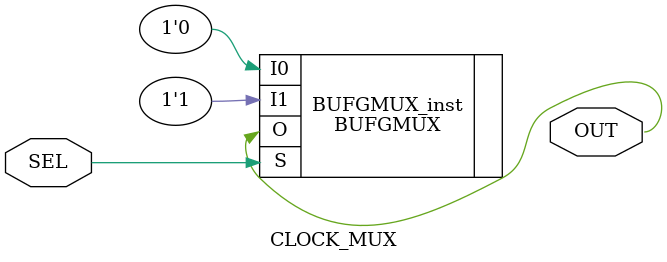
<source format=v>
`timescale 1ns / 1ps

module CLOCK_MUX(SEL, OUT);

input SEL;

output OUT;

BUFGMUX BUFGMUX_inst 
(
.O(OUT),
.I0(1'b0),
.I1(1'b1),
.S(SEL)
);

endmodule

</source>
